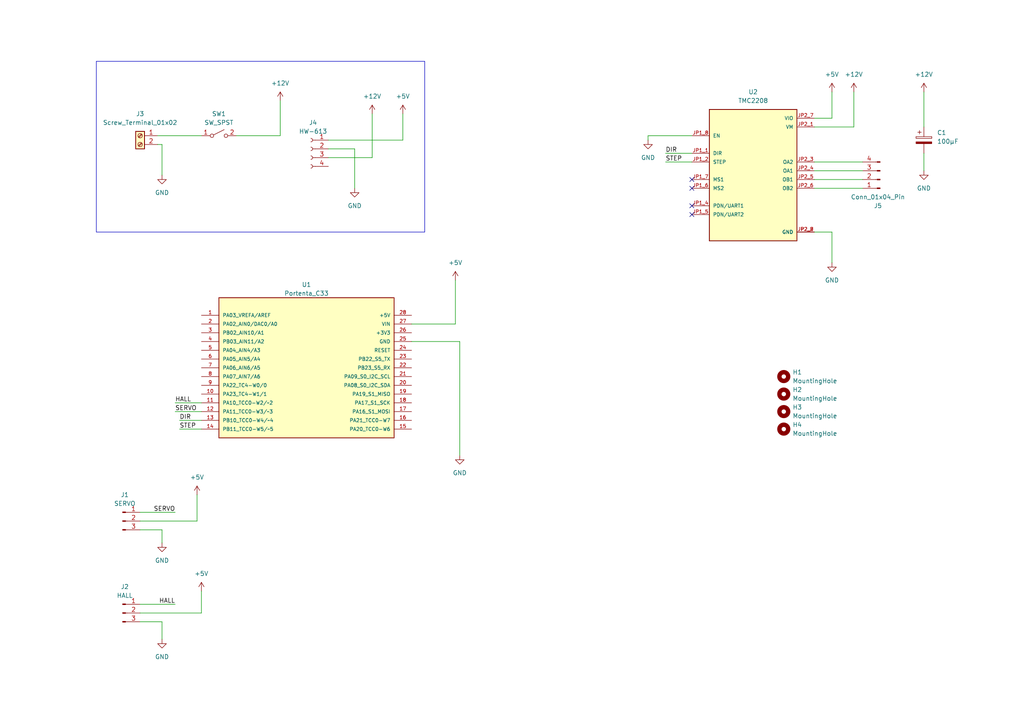
<source format=kicad_sch>
(kicad_sch (version 20230121) (generator eeschema)
  (paper "A4")
  (lib_symbols
    (symbol "ABX00012:ABX00012" (pin_names (offset 1.016))
      (property "Reference" "U" (at -25.4 21.082 0))
      (property "Value" "ABX00012" (at -25.4 -22.86 0))
      (symbol "ABX00012_0_0"
        (rectangle (start -25.4 -20.32) (end 25.4 20.32) (stroke (width 0.254)) (fill (type background)))
        (pin bidirectional line (at -30.48 15.24 0) (length 5.08) (name "PA03_VREFA/AREF") (number "1"))
        (pin bidirectional line (at -30.48 -7.62 0) (length 5.08) (name "PA23_TC4-W1/1") (number "10"))
        (pin bidirectional line (at -30.48 -10.16 0) (length 5.08) (name "PA10_TCC0-W2/~2") (number "11"))
        (pin bidirectional line (at -30.48 -12.7 0) (length 5.08) (name "PA11_TCC0-W3/~3") (number "12"))
        (pin bidirectional line (at -30.48 -15.24 0) (length 5.08) (name "PB10_TCC0-W4/~4") (number "13"))
        (pin bidirectional line (at -30.48 -17.78 0) (length 5.08) (name "PB11_TCC0-W5/~5") (number "14"))
        (pin bidirectional line (at 30.48 -17.78 180) (length 5.08) (name "PA20_TCC0-W6") (number "15"))
        (pin bidirectional line (at 30.48 -15.24 180) (length 5.08) (name "PA21_TCC0-W7") (number "16"))
        (pin bidirectional line (at 30.48 -12.7 180) (length 5.08) (name "PA16_S1_MOSI") (number "17"))
        (pin bidirectional line (at 30.48 -10.16 180) (length 5.08) (name "PA17_S1_SCK") (number "18"))
        (pin bidirectional line (at 30.48 -7.62 180) (length 5.08) (name "PA19_S1_MISO") (number "19"))
        (pin bidirectional line (at -30.48 12.7 0) (length 5.08) (name "PA02_AIN0/DAC0/A0") (number "2"))
        (pin bidirectional line (at 30.48 -5.08 180) (length 5.08) (name "PA08_S0_I2C_SDA") (number "20"))
        (pin bidirectional line (at 30.48 -2.54 180) (length 5.08) (name "PA09_S0_I2C_SCL") (number "21"))
        (pin bidirectional line (at 30.48 0 180) (length 5.08) (name "PB23_S5_RX") (number "22"))
        (pin bidirectional line (at 30.48 2.54 180) (length 5.08) (name "PB22_S5_TX") (number "23"))
        (pin input line (at 30.48 5.08 180) (length 5.08) (name "RESET") (number "24"))
        (pin power_in line (at 30.48 7.62 180) (length 5.08) (name "GND") (number "25"))
        (pin power_in line (at 30.48 10.16 180) (length 5.08) (name "+3V3") (number "26"))
        (pin power_in line (at 30.48 12.7 180) (length 5.08) (name "VIN") (number "27"))
        (pin power_in line (at 30.48 15.24 180) (length 5.08) (name "+5V") (number "28"))
        (pin bidirectional line (at -30.48 10.16 0) (length 5.08) (name "PB02_AIN10/A1") (number "3"))
        (pin bidirectional line (at -30.48 7.62 0) (length 5.08) (name "PB03_AIN11/A2") (number "4"))
        (pin bidirectional line (at -30.48 5.08 0) (length 5.08) (name "PA04_AIN4/A3") (number "5"))
        (pin bidirectional line (at -30.48 2.54 0) (length 5.08) (name "PA05_AIN5/A4") (number "6"))
        (pin bidirectional line (at -30.48 0 0) (length 5.08) (name "PA06_AIN6/A5") (number "7"))
        (pin bidirectional line (at -30.48 -2.54 0) (length 5.08) (name "PA07_AIN7/A6") (number "8"))
        (pin bidirectional line (at -30.48 -5.08 0) (length 5.08) (name "PA22_TC4-W0/0") (number "9"))
      )
    )
    (symbol "Connector:Conn_01x03_Pin" (pin_names (offset 1.016) hide)
      (property "Reference" "J" (at 0 5.08 0))
      (property "Value" "Conn_01x03_Pin" (at 0 -5.08 0))
      (symbol "Conn_01x03_Pin_1_1"
        (polyline (pts (xy 1.27 -2.54) (xy 0.8636 -2.54)) (stroke (width 0.1524)))
        (polyline (pts (xy 1.27 0) (xy 0.8636 0)) (stroke (width 0.1524)))
        (polyline (pts (xy 1.27 2.54) (xy 0.8636 2.54)) (stroke (width 0.1524)))
        (rectangle (start 0.8636 -2.413) (end 0 -2.667) (stroke (width 0.1524)) (fill (type outline)))
        (rectangle (start 0.8636 0.127) (end 0 -0.127) (stroke (width 0.1524)) (fill (type outline)))
        (rectangle (start 0.8636 2.667) (end 0 2.413) (stroke (width 0.1524)) (fill (type outline)))
        (pin passive line (at 5.08 2.54 180) (length 3.81) (name "Pin_1") (number "1"))
        (pin passive line (at 5.08 0 180) (length 3.81) (name "Pin_2") (number "2"))
        (pin passive line (at 5.08 -2.54 180) (length 3.81) (name "Pin_3") (number "3"))
      )
    )
    (symbol "Connector:Conn_01x04_Pin" (pin_names (offset 1.016) hide)
      (property "Reference" "J" (at 0 5.08 0))
      (property "Value" "Conn_01x04_Pin" (at 0 -7.62 0))
      (symbol "Conn_01x04_Pin_1_1"
        (polyline (pts (xy 1.27 -5.08) (xy 0.8636 -5.08)) (stroke (width 0.1524)))
        (polyline (pts (xy 1.27 -2.54) (xy 0.8636 -2.54)) (stroke (width 0.1524)))
        (polyline (pts (xy 1.27 0) (xy 0.8636 0)) (stroke (width 0.1524)))
        (polyline (pts (xy 1.27 2.54) (xy 0.8636 2.54)) (stroke (width 0.1524)))
        (rectangle (start 0.8636 -4.953) (end 0 -5.207) (stroke (width 0.1524)) (fill (type outline)))
        (rectangle (start 0.8636 -2.413) (end 0 -2.667) (stroke (width 0.1524)) (fill (type outline)))
        (rectangle (start 0.8636 0.127) (end 0 -0.127) (stroke (width 0.1524)) (fill (type outline)))
        (rectangle (start 0.8636 2.667) (end 0 2.413) (stroke (width 0.1524)) (fill (type outline)))
        (pin passive line (at 5.08 2.54 180) (length 3.81) (name "Pin_1") (number "1"))
        (pin passive line (at 5.08 0 180) (length 3.81) (name "Pin_2") (number "2"))
        (pin passive line (at 5.08 -2.54 180) (length 3.81) (name "Pin_3") (number "3"))
        (pin passive line (at 5.08 -5.08 180) (length 3.81) (name "Pin_4") (number "4"))
      )
    )
    (symbol "Connector:Conn_01x04_Socket" (pin_names (offset 1.016) hide)
      (property "Reference" "J" (at 0 5.08 0))
      (property "Value" "Conn_01x04_Socket" (at 0 -7.62 0))
      (symbol "Conn_01x04_Socket_1_1"
        (arc (start 0 -4.572) (mid -0.5058 -5.08) (end 0 -5.588) (stroke (width 0.1524)))
        (arc (start 0 -2.032) (mid -0.5058 -2.54) (end 0 -3.048) (stroke (width 0.1524)))
        (polyline (pts (xy -1.27 -5.08) (xy -0.508 -5.08)) (stroke (width 0.1524)))
        (polyline (pts (xy -1.27 -2.54) (xy -0.508 -2.54)) (stroke (width 0.1524)))
        (polyline (pts (xy -1.27 0) (xy -0.508 0)) (stroke (width 0.1524)))
        (polyline (pts (xy -1.27 2.54) (xy -0.508 2.54)) (stroke (width 0.1524)))
        (arc (start 0 0.508) (mid -0.5058 0) (end 0 -0.508) (stroke (width 0.1524)))
        (arc (start 0 3.048) (mid -0.5058 2.54) (end 0 2.032) (stroke (width 0.1524)))
        (pin passive line (at -5.08 2.54 0) (length 3.81) (name "Pin_1") (number "1"))
        (pin passive line (at -5.08 0 0) (length 3.81) (name "Pin_2") (number "2"))
        (pin passive line (at -5.08 -2.54 0) (length 3.81) (name "Pin_3") (number "3"))
        (pin passive line (at -5.08 -5.08 0) (length 3.81) (name "Pin_4") (number "4"))
      )
    )
    (symbol "Connector:Screw_Terminal_01x02" (pin_names (offset 1.016) hide)
      (property "Reference" "J" (at 0 2.54 0))
      (property "Value" "Screw_Terminal_01x02" (at 0 -5.08 0))
      (symbol "Screw_Terminal_01x02_1_1"
        (rectangle (start -1.27 1.27) (end 1.27 -3.81) (stroke (width 0.254)) (fill (type background)))
        (circle (center 0 -2.54) (radius 0.635) (stroke (width 0.1524)))
        (polyline (pts (xy -0.5334 -2.2098) (xy 0.3302 -3.048)) (stroke (width 0.1524)))
        (polyline (pts (xy -0.5334 0.3302) (xy 0.3302 -0.508)) (stroke (width 0.1524)))
        (polyline (pts (xy -0.3556 -2.032) (xy 0.508 -2.8702)) (stroke (width 0.1524)))
        (polyline (pts (xy -0.3556 0.508) (xy 0.508 -0.3302)) (stroke (width 0.1524)))
        (circle (center 0 0) (radius 0.635) (stroke (width 0.1524)))
        (pin passive line (at -5.08 0 0) (length 3.81) (name "Pin_1") (number "1"))
        (pin passive line (at -5.08 -2.54 0) (length 3.81) (name "Pin_2") (number "2"))
      )
    )
    (symbol "Device:C_Polarized" (pin_numbers hide) (pin_names (offset 0.254))
      (property "Reference" "C" (at 0.635 2.54 0))
      (property "Value" "C_Polarized" (at 0.635 -2.54 0))
      (symbol "C_Polarized_0_1"
        (rectangle (start -2.286 0.508) (end 2.286 1.016))
        (polyline (pts (xy -1.778 2.286) (xy -0.762 2.286)))
        (polyline (pts (xy -1.27 2.794) (xy -1.27 1.778)))
        (rectangle (start 2.286 -0.508) (end -2.286 -1.016) (fill (type outline)))
      )
      (symbol "C_Polarized_1_1"
        (pin passive line (at 0 3.81 270) (length 2.794) (name "~") (number "1"))
        (pin passive line (at 0 -3.81 90) (length 2.794) (name "~") (number "2"))
      )
    )
    (symbol "Mechanical:MountingHole" (pin_names (offset 1.016))
      (property "Reference" "H" (at 0 5.08 0))
      (property "Value" "MountingHole" (at 0 3.175 0))
      (symbol "MountingHole_0_1"
        (circle (center 0 0) (radius 1.27) (stroke (width 1.27)))
      )
    )
    (symbol "Switch:SW_SPST" (pin_names (offset 0) hide)
      (property "Reference" "SW" (at 0 3.175 0))
      (property "Value" "SW_SPST" (at 0 -2.54 0))
      (symbol "SW_SPST_0_0"
        (circle (center -2.032 0) (radius 0.508))
        (polyline (pts (xy -1.524 0.254) (xy 1.524 1.778)))
        (circle (center 2.032 0) (radius 0.508))
      )
      (symbol "SW_SPST_1_1"
        (pin passive line (at -5.08 0 0) (length 2.54) (name "A") (number "1"))
        (pin passive line (at 5.08 0 180) (length 2.54) (name "B") (number "2"))
      )
    )
    (symbol "TMC2208_SILENTSTEPSTICK:TMC2208_SILENTSTEPSTICK" (pin_names (offset 1.016))
      (property "Reference" "U2" (at 0 22.86 0))
      (property "Value" "TMC2208" (at 0 20.32 0))
      (symbol "TMC2208_SILENTSTEPSTICK_0_0"
        (rectangle (start -12.7 -20.32) (end 12.7 17.78) (stroke (width 0.254)) (fill (type background)))
        (pin input line (at -17.78 5.08 0) (length 5.08) (name "DIR") (number "JP1_1"))
        (pin input line (at -17.78 2.54 0) (length 5.08) (name "STEP") (number "JP1_2"))
        (pin bidirectional line (at -17.78 -10.16 0) (length 5.08) (name "PDN/UART1") (number "JP1_4"))
        (pin bidirectional line (at -17.78 -12.7 0) (length 5.08) (name "PDN/UART2") (number "JP1_5"))
        (pin input line (at -17.78 -5.08 0) (length 5.08) (name "MS2") (number "JP1_6"))
        (pin input line (at -17.78 -2.54 0) (length 5.08) (name "MS1") (number "JP1_7"))
        (pin input line (at -17.78 10.16 0) (length 5.08) (name "EN") (number "JP1_8"))
        (pin power_in line (at 17.78 12.7 180) (length 5.08) (name "VM") (number "JP2_1"))
        (pin power_in line (at 17.78 -17.78 180) (length 5.08) (name "GND") (number "JP2_2"))
        (pin passive line (at 17.78 2.54 180) (length 5.08) (name "OA2") (number "JP2_3"))
        (pin passive line (at 17.78 0 180) (length 5.08) (name "OA1") (number "JP2_4"))
        (pin passive line (at 17.78 -2.54 180) (length 5.08) (name "OB1") (number "JP2_5"))
        (pin passive line (at 17.78 -5.08 180) (length 5.08) (name "OB2") (number "JP2_6"))
        (pin power_in line (at 17.78 15.24 180) (length 5.08) (name "VIO") (number "JP2_7"))
        (pin power_in line (at 17.78 -17.78 180) (length 5.08) (name "GND") (number "JP2_8"))
      )
    )
    (symbol "power:+12V" (power) (pin_names (offset 0))
      (property "Value" "+12V" (at 0 3.556 0))
      (symbol "+12V_0_1"
        (polyline (pts (xy -0.762 1.27) (xy 0 2.54)))
        (polyline (pts (xy 0 0) (xy 0 2.54)))
        (polyline (pts (xy 0 2.54) (xy 0.762 1.27)))
      )
      (symbol "+12V_1_1"
        (pin power_in line (at 0 0 90) (length 0) hide (name "+12V") (number "1"))
      )
    )
    (symbol "power:+5V" (power) (pin_names (offset 0))
      (property "Value" "+5V" (at 0 3.556 0))
      (symbol "+5V_0_1"
        (polyline (pts (xy -0.762 1.27) (xy 0 2.54)))
        (polyline (pts (xy 0 0) (xy 0 2.54)))
        (polyline (pts (xy 0 2.54) (xy 0.762 1.27)))
      )
      (symbol "+5V_1_1"
        (pin power_in line (at 0 0 90) (length 0) hide (name "+5V") (number "1"))
      )
    )
    (symbol "power:GND" (power) (pin_names (offset 0))
      (property "Value" "GND" (at 0 -3.81 0))
      (symbol "GND_0_1"
        (polyline (pts (xy 0 0) (xy 0 -1.27) (xy 1.27 -1.27) (xy 0 -2.54) (xy -1.27 -1.27) (xy 0 -1.27)))
      )
      (symbol "GND_1_1"
        (pin power_in line (at 0 0 270) (length 0) hide (name "GND") (number "1"))
      )
    )
  )
  (no_connect (at 200.66 54.61))
  (no_connect (at 200.66 59.69))
  (no_connect (at 200.66 52.07))
  (no_connect (at 200.66 62.23))
  (wire (pts (xy 50.8 119.38) (xy 58.42 119.38)))
  (wire (pts (xy 193.04 44.45) (xy 200.66 44.45)))
  (wire (pts (xy 40.64 175.26) (xy 50.8 175.26)))
  (wire (pts (xy 236.22 49.53) (xy 250.19 49.53)))
  (wire (pts (xy 241.3 67.31) (xy 241.3 76.2)))
  (wire (pts (xy 81.28 39.37) (xy 81.28 29.21)))
  (wire (pts (xy 236.22 52.07) (xy 250.19 52.07)))
  (wire (pts (xy 119.38 99.06) (xy 133.35 99.06)))
  (wire (pts (xy 267.97 44.45) (xy 267.97 49.53)))
  (wire (pts (xy 236.22 36.83) (xy 247.65 36.83)))
  (wire (pts (xy 187.96 39.37) (xy 187.96 40.64)))
  (wire (pts (xy 95.25 45.72) (xy 107.95 45.72)))
  (wire (pts (xy 102.87 43.18) (xy 102.87 54.61)))
  (wire (pts (xy 200.66 39.37) (xy 187.96 39.37)))
  (wire (pts (xy 46.99 180.34) (xy 46.99 185.42)))
  (wire (pts (xy 193.04 46.99) (xy 200.66 46.99)))
  (wire (pts (xy 267.97 26.67) (xy 267.97 36.83)))
  (wire (pts (xy 40.64 177.8) (xy 58.42 177.8)))
  (wire (pts (xy 52.07 121.92) (xy 58.42 121.92)))
  (wire (pts (xy 58.42 177.8) (xy 58.42 171.45)))
  (wire (pts (xy 236.22 46.99) (xy 250.19 46.99)))
  (wire (pts (xy 50.8 116.84) (xy 58.42 116.84)))
  (wire (pts (xy 40.64 153.67) (xy 46.99 153.67)))
  (wire (pts (xy 40.64 151.13) (xy 57.15 151.13)))
  (wire (pts (xy 95.25 43.18) (xy 102.87 43.18)))
  (wire (pts (xy 52.07 124.46) (xy 58.42 124.46)))
  (wire (pts (xy 236.22 67.31) (xy 241.3 67.31)))
  (wire (pts (xy 68.58 39.37) (xy 81.28 39.37)))
  (wire (pts (xy 95.25 40.64) (xy 116.84 40.64)))
  (wire (pts (xy 46.99 153.67) (xy 46.99 157.48)))
  (wire (pts (xy 241.3 34.29) (xy 241.3 26.67)))
  (wire (pts (xy 133.35 99.06) (xy 133.35 132.08)))
  (wire (pts (xy 57.15 151.13) (xy 57.15 143.51)))
  (wire (pts (xy 119.38 93.98) (xy 132.08 93.98)))
  (wire (pts (xy 236.22 34.29) (xy 241.3 34.29)))
  (wire (pts (xy 132.08 93.98) (xy 132.08 81.28)))
  (wire (pts (xy 40.64 148.59) (xy 50.8 148.59)))
  (wire (pts (xy 116.84 40.64) (xy 116.84 33.02)))
  (wire (pts (xy 45.72 41.91) (xy 46.99 41.91)))
  (wire (pts (xy 247.65 36.83) (xy 247.65 26.67)))
  (wire (pts (xy 45.72 39.37) (xy 58.42 39.37)))
  (wire (pts (xy 107.95 45.72) (xy 107.95 33.02)))
  (wire (pts (xy 46.99 41.91) (xy 46.99 50.8)))
  (wire (pts (xy 40.64 180.34) (xy 46.99 180.34)))
  (wire (pts (xy 236.22 54.61) (xy 250.19 54.61)))
  (rectangle (start 27.94 17.78) (end 123.19 67.31))
  (label "DIR" (at 193.04 44.45 0))
  (label "STEP" (at 52.07 124.46 0))
  (label "HALL" (at 50.8 116.84 0))
  (label "HALL" (at 50.8 175.26 180))
  (label "SERVO" (at 50.8 119.38 0))
  (label "STEP" (at 193.04 46.99 0))
  (label "DIR" (at 52.07 121.92 0))
  (label "SERVO" (at 50.8 148.59 180))
  (symbol (lib_id "ABX00012:ABX00012") (at 88.9 106.68 0) (unit 1)
    (property "Reference" "U1" (at 88.9 82.55 0))
    (property "Value" "Portenta_C33" (at 88.9 85.09 0))
    (property "Footprint" "ABX00012:ARDUINO_ABX00012" (effects hide))
    (property "MF" "Arduino" (effects hide))
    (property "Package" "None" (effects hide))
    (property "Price" "None" (effects hide))
    (property "Check_prices" "https://www.snapeda.com/parts/Arduino%20MKR%20ZERO/Arduino/view-part/?ref=eda" (effects hide))
    (property "STANDARD" "Manufacturer Recommendations" (effects hide))
    (property "PARTREV" "5" (effects hide))
    (property "SnapEDA_Link" "https://www.snapeda.com/parts/Arduino%20MKR%20ZERO/Arduino/view-part/?ref=snap" (effects hide))
    (property "MP" "Arduino MKR ZERO" (effects hide))
    (property "Description" "\nI2S bus & SD for sound, music & digital audio data\n" (effects hide))
    (property "Availability" "Not in stock" (effects hide))
    (property "MANUFACTURER" "Arduino" (effects hide))
  )
  (symbol (lib_id "power:GND") (at 102.87 54.61 0) (unit 1)
    (property "Reference" "#PWR03" (effects hide))
    (property "Value" "GND" (at 102.87 59.69 0))
  )
  (symbol (lib_id "power:+5V") (at 116.84 33.02 0) (unit 1)
    (property "Reference" "#PWR05" (effects hide))
    (property "Value" "+5V" (at 116.84 27.94 0))
  )
  (symbol (lib_id "Connector:Conn_01x03_Pin") (at 35.56 151.13 0) (unit 1)
    (property "Reference" "J1" (at 36.195 143.51 0))
    (property "Value" "SERVO" (at 36.195 146.05 0))
    (property "Footprint" "Connector_PinHeader_2.54mm:PinHeader_1x03_P2.54mm_Vertical" (effects hide))
  )
  (symbol (lib_id "power:GND") (at 46.99 157.48 0) (unit 1)
    (property "Reference" "#PWR015" (effects hide))
    (property "Value" "GND" (at 46.99 162.56 0))
  )
  (symbol (lib_id "power:+5V") (at 132.08 81.28 0) (unit 1)
    (property "Reference" "#PWR06" (effects hide))
    (property "Value" "+5V" (at 132.08 76.2 0))
  )
  (symbol (lib_id "power:GND") (at 46.99 50.8 0) (unit 1)
    (property "Reference" "#PWR01" (effects hide))
    (property "Value" "GND" (at 46.99 55.88 0))
  )
  (symbol (lib_id "TMC2208_SILENTSTEPSTICK:TMC2208_SILENTSTEPSTICK") (at 218.44 49.53 0) (unit 1)
    (property "Reference" "U2" (at 218.44 26.67 0))
    (property "Value" "TMC2208" (at 218.44 29.21 0))
    (property "Footprint" "TMC2208_SILENTSTEPSTICK:MODULE_TMC2208_SILENTSTEPSTICK" (effects hide))
    (property "MF" "Trinamic Motion" (effects hide))
    (property "Description" "\nTMC2208 Motor Controller/Driver, Stepper Power Management Evaluation Board\n" (effects hide))
    (property "Package" "None" (effects hide))
    (property "Price" "None" (effects hide))
    (property "Check_prices" "https://www.snapeda.com/parts/TMC2208%20SILENTSTEPSTICK/Trinamic+Motion+Control+GmbH/view-part/?ref=eda" (effects hide))
    (property "SnapEDA_Link" "https://www.snapeda.com/parts/TMC2208%20SILENTSTEPSTICK/Trinamic+Motion+Control+GmbH/view-part/?ref=snap" (effects hide))
    (property "MP" "TMC2208 SILENTSTEPSTICK" (effects hide))
    (property "Purchase-URL" "https://pricing.snapeda.com/search?q=TMC2208 SILENTSTEPSTICK&ref=eda" (effects hide))
    (property "Availability" "In Stock" (effects hide))
    (property "MANUFACTURER" "Trinamic Motion" (effects hide))
  )
  (symbol (lib_id "Mechanical:MountingHole") (at 227.33 114.3 0) (unit 1)
    (property "Reference" "H2" (at 229.87 113.03 0) (effects (justify left)))
    (property "Value" "MountingHole" (at 229.87 115.57 0) (effects (justify left)))
    (property "Footprint" "MountingHole:MountingHole_3.2mm_M3_ISO14580" (effects hide))
  )
  (symbol (lib_id "power:GND") (at 267.97 49.53 0) (unit 1)
    (property "Reference" "#PWR012" (effects hide))
    (property "Value" "GND" (at 267.97 54.61 0))
  )
  (symbol (lib_id "power:+12V") (at 81.28 29.21 0) (unit 1)
    (property "Reference" "#PWR02" (effects hide))
    (property "Value" "+12V" (at 81.28 24.13 0))
  )
  (symbol (lib_id "power:+5V") (at 58.42 171.45 0) (unit 1)
    (property "Reference" "#PWR014" (effects hide))
    (property "Value" "+5V" (at 58.42 166.37 0))
  )
  (symbol (lib_id "Connector:Screw_Terminal_01x02") (at 40.64 39.37 0) (mirror y) (unit 1)
    (property "Reference" "J3" (at 40.64 33.02 0))
    (property "Value" "Screw_Terminal_01x02" (at 40.64 35.56 0))
    (property "Footprint" "TerminalBlock_Phoenix:TerminalBlock_Phoenix_MKDS-1,5-2-5.08_1x02_P5.08mm_Horizontal" (effects hide))
  )
  (symbol (lib_id "power:GND") (at 46.99 185.42 0) (unit 1)
    (property "Reference" "#PWR016" (effects hide))
    (property "Value" "GND" (at 46.99 190.5 0))
  )
  (symbol (lib_id "Mechanical:MountingHole") (at 227.33 124.46 0) (unit 1)
    (property "Reference" "H4" (at 229.87 123.19 0) (effects (justify left)))
    (property "Value" "MountingHole" (at 229.87 125.73 0) (effects (justify left)))
    (property "Footprint" "MountingHole:MountingHole_3.2mm_M3_ISO14580" (effects hide))
  )
  (symbol (lib_id "power:GND") (at 187.96 40.64 0) (unit 1)
    (property "Reference" "#PWR07" (effects hide))
    (property "Value" "GND" (at 187.96 45.72 0))
  )
  (symbol (lib_id "Connector:Conn_01x04_Socket") (at 90.17 43.18 0) (mirror y) (unit 1)
    (property "Reference" "J4" (at 90.805 35.56 0))
    (property "Value" "HW-613" (at 90.805 38.1 0))
    (property "Footprint" "Connector_PinSocket_2.54mm:PinSocket_1x04_P2.54mm_Vertical" (effects hide))
  )
  (symbol (lib_id "Mechanical:MountingHole") (at 227.33 119.38 0) (unit 1)
    (property "Reference" "H3" (at 229.87 118.11 0) (effects (justify left)))
    (property "Value" "MountingHole" (at 229.87 120.65 0) (effects (justify left)))
    (property "Footprint" "MountingHole:MountingHole_3.2mm_M3_ISO14580" (effects hide))
  )
  (symbol (lib_id "power:GND") (at 133.35 132.08 0) (unit 1)
    (property "Reference" "#PWR017" (effects hide))
    (property "Value" "GND" (at 133.35 137.16 0))
  )
  (symbol (lib_id "power:+12V") (at 107.95 33.02 0) (unit 1)
    (property "Reference" "#PWR04" (effects hide))
    (property "Value" "+12V" (at 107.95 27.94 0))
  )
  (symbol (lib_id "power:+12V") (at 247.65 26.67 0) (unit 1)
    (property "Reference" "#PWR010" (effects hide))
    (property "Value" "+12V" (at 247.65 21.59 0))
  )
  (symbol (lib_id "power:+12V") (at 267.97 26.67 0) (unit 1)
    (property "Reference" "#PWR011" (effects hide))
    (property "Value" "+12V" (at 267.97 21.59 0))
  )
  (symbol (lib_id "Connector:Conn_01x04_Pin") (at 255.27 52.07 180) (unit 1)
    (property "Reference" "J5" (at 254.635 59.69 0))
    (property "Value" "Conn_01x04_Pin" (at 254.635 57.15 0))
    (property "Footprint" "Connector_JST:JST_XH_B4B-XH-A_1x04_P2.50mm_Vertical" (effects hide))
  )
  (symbol (lib_id "power:GND") (at 241.3 76.2 0) (unit 1)
    (property "Reference" "#PWR09" (effects hide))
    (property "Value" "GND" (at 241.3 81.28 0))
  )
  (symbol (lib_id "power:+5V") (at 241.3 26.67 0) (unit 1)
    (property "Reference" "#PWR08" (effects hide))
    (property "Value" "+5V" (at 241.3 21.59 0))
  )
  (symbol (lib_id "Switch:SW_SPST") (at 63.5 39.37 0) (unit 1)
    (property "Reference" "SW1" (at 63.5 33.02 0))
    (property "Value" "SW_SPST" (at 63.5 35.56 0))
    (property "Footprint" "Button_Switch_THT:KCD1-101" (effects hide))
  )
  (symbol (lib_id "power:+5V") (at 57.15 143.51 0) (unit 1)
    (property "Reference" "#PWR013" (effects hide))
    (property "Value" "+5V" (at 57.15 138.43 0))
  )
  (symbol (lib_id "Device:C_Polarized") (at 267.97 40.64 0) (unit 1)
    (property "Reference" "C1" (at 271.78 38.481 0) (effects (justify left)))
    (property "Value" "100µF" (at 271.78 41.021 0) (effects (justify left)))
    (property "Footprint" "Capacitor_THT:CP_Radial_D8.0mm_P3.50mm" (effects hide))
  )
  (symbol (lib_id "Mechanical:MountingHole") (at 227.33 109.22 0) (unit 1)
    (property "Reference" "H1" (at 229.87 107.95 0) (effects (justify left)))
    (property "Value" "MountingHole" (at 229.87 110.49 0) (effects (justify left)))
    (property "Footprint" "MountingHole:MountingHole_3.2mm_M3_ISO14580" (effects hide))
  )
  (symbol (lib_id "Connector:Conn_01x03_Pin") (at 35.56 177.8 0) (unit 1)
    (property "Reference" "J2" (at 36.195 170.18 0))
    (property "Value" "HALL" (at 36.195 172.72 0))
    (property "Footprint" "Connector_PinHeader_2.54mm:PinHeader_1x03_P2.54mm_Vertical" (effects hide))
  )
)
</source>
